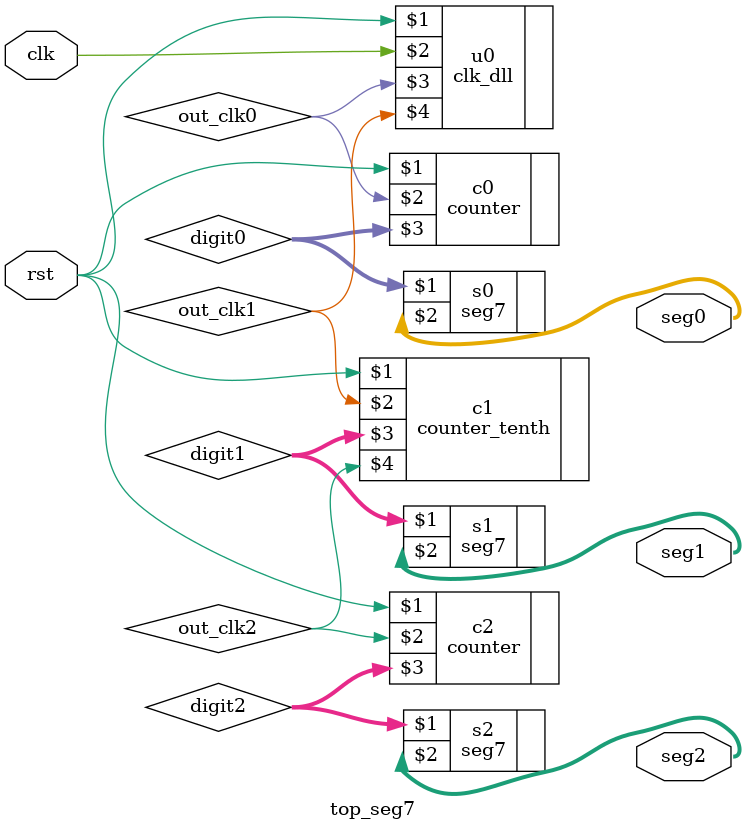
<source format=v>
module top_seg7(rst, clk, seg0, seg1, seg2);
  input  rst, clk;

  output[6:0] seg0, seg1, seg2;

  wire[3:0] digit0, digit1, digit2;
  wire out_clk0, out_clk1, out_clk2, out_clk3;
  
  // 50MHz -> 1Hz  divide
  clk_dll u0(rst, clk, out_clk0, out_clk1); 
  
  // counter 
  counter c0(rst, out_clk0, digit0); 
  counter_tenth c1(rst, out_clk1, digit1, out_clk2); 
  counter c2(rst, out_clk2, digit2);
   
  // 7-segment decoder   
  seg7 s0(digit0, seg0);
  seg7 s1(digit1, seg1);
  seg7 s2(digit2, seg2);
  
endmodule


</source>
